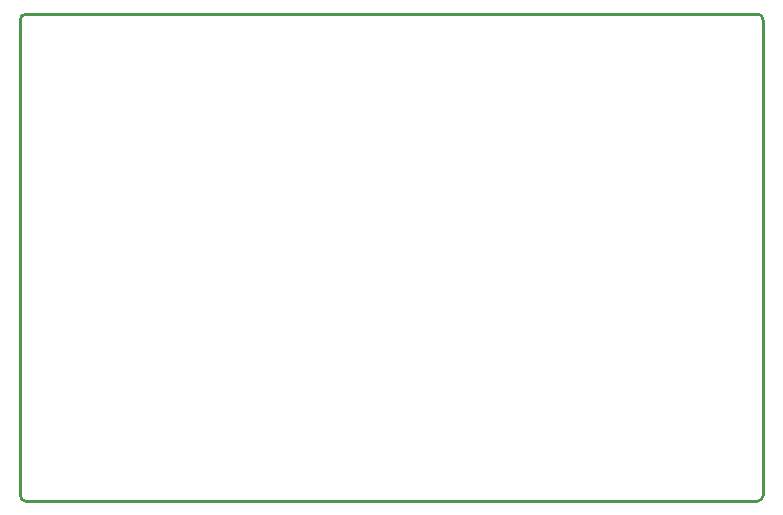
<source format=gko>
G04 Layer: BoardOutline*
G04 EasyEDA v6.4.20.6, 2021-07-29T18:27:26+02:00*
G04 b234656e15784b60829a7703d43b9120,4245c91a3b6e4cf7aa995480f5c7e4a3,10*
G04 Gerber Generator version 0.2*
G04 Scale: 100 percent, Rotated: No, Reflected: No *
G04 Dimensions in millimeters *
G04 leading zeros omitted , absolute positions ,4 integer and 5 decimal *
%FSLAX45Y45*%
%MOMM*%

%ADD10C,0.2540*%
D10*
X6122200Y10924499D02*
G01*
X-68099Y10924499D01*
X-118099Y10974499D02*
G01*
X-118099Y14999500D01*
X6172200Y14999500D02*
G01*
X6172200Y10974499D01*
X-68099Y15049500D02*
G01*
X6122200Y15049500D01*
G75*
G01*
X6122200Y15049500D02*
G02*
X6172200Y14999500I0J-50000D01*
G75*
G01*
X6172200Y10974499D02*
G02*
X6122200Y10924499I-50000J0D01*
G75*
G01*
X-68100Y10924499D02*
G02*
X-118100Y10974499I0J50000D01*
G75*
G01*
X-118100Y14999500D02*
G02*
X-68100Y15049500I50000J0D01*

%LPD*%
M02*

</source>
